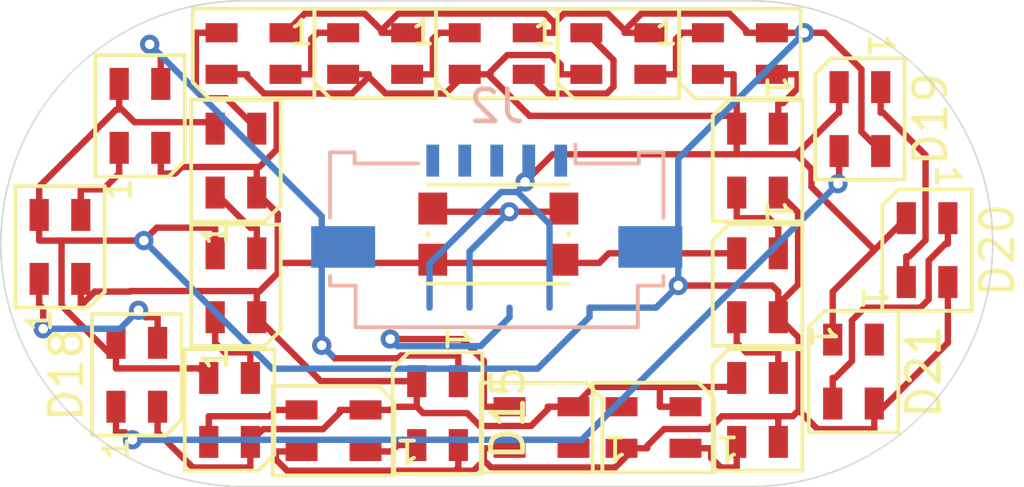
<source format=kicad_pcb>
(kicad_pcb (version 20241229) (generator "pcbnew") (generator_version "9.0")
  (layers (0 "F.Cu" signal) (2 "B.Cu" signal) (13 "F.Paste" user) (15 "B.Paste" user) (5 "F.SilkS" user "F.Silkscreen") (7 "B.SilkS" user "B.Silkscreen") (1 "F.Mask" user) (3 "B.Mask" user) (25 "Edge.Cuts" user))
  (net 0 "")
  (net 1 "Net-(D1-DOUT)")
  (net 2 "/LED_DATA")
  (net 3 "GND")
  (net 4 "+3.3V")
  (net 5 "Net-(D2-DOUT)")
  (net 6 "Net-(D3-DOUT)")
  (net 7 "Net-(D4-DOUT)")
  (net 8 "Net-(D5-DOUT)")
  (net 9 "Net-(D6-DOUT)")
  (net 10 "Net-(D7-DOUT)")
  (net 11 "Net-(D8-DOUT)")
  (net 12 "Net-(D10-DIN)")
  (net 13 "Net-(D10-DOUT)")
  (net 14 "Net-(D11-DOUT)")
  (net 15 "Net-(D12-DOUT)")
  (net 16 "Net-(D13-DOUT)")
  (net 17 "Net-(D14-DOUT)")
  (net 18 "/BTN_SENSE")
  (net 19 "Net-(D15-DOUT)")
  (net 20 "Net-(D16-DOUT)")
  (net 21 "Net-(D17-DOUT)")
  (net 22 "Net-(D18-DOUT)")
  (net 23 "Net-(D19-DOUT)")
  (net 24 "Net-(D20-DOUT)")
  (footprint "LED_SMD:LED_SK6805_PLCC4_2.4x2.7mm_P1.3mm" (layer "F.Cu") (at 117.25 88.1 90)
    (property "Reference" "D18" (at 0 -2.2 90) (layer "F.SilkS"))
    (property "Value" "SK6805" (hide yes))
    (fp_text user "1" (at -2.3 -0.65 90) (layer "F.SilkS") (effects (font (size 0.75 0.75) (thickness 0.12))))
    (pad "1" smd rect (at -1 -0.65 90) (size 1 0.6) (layers "F.Cu" "F.Mask" "F.Paste") (net 22 "Net-(D18-DOUT)"))
    (pad "2" smd rect (at -1 0.65 90) (size 1 0.6) (layers "F.Cu" "F.Mask" "F.Paste") (net 3 "GND"))
    (pad "3" smd rect (at 1 0.65 90) (size 1 0.6) (layers "F.Cu" "F.Mask" "F.Paste") (net 21 "Net-(D17-DOUT)"))
    (pad "4" smd rect (at 1 -0.65 90) (size 1 0.6) (layers "F.Cu" "F.Mask" "F.Paste") (net 4 "+3.3V"))
  )
  (footprint "LED_SMD:LED_SK6805_PLCC4_2.4x2.7mm_P1.3mm" (layer "F.Cu") (at 124.7 78.05)
    (property "Reference" "D9" (hide yes))
    (property "Value" "SK6805" (hide yes))
    (fp_text user "1" (at -2.3 -0.65 0) (layer "F.SilkS") (effects (font (size 0.75 0.75) (thickness 0.12))))
    (pad "1" smd rect (at -1 -0.65) (size 1 0.6) (layers "F.Cu" "F.Mask" "F.Paste") (net 12 "Net-(D10-DIN)"))
    (pad "2" smd rect (at -1 0.65) (size 1 0.6) (layers "F.Cu" "F.Mask" "F.Paste") (net 3 "GND"))
    (pad "3" smd rect (at 1 0.65) (size 1 0.6) (layers "F.Cu" "F.Mask" "F.Paste") (net 11 "Net-(D8-DOUT)"))
    (pad "4" smd rect (at 1 -0.65) (size 1 0.6) (layers "F.Cu" "F.Mask" "F.Paste") (net 4 "+3.3V"))
  )
  (footprint "LED_SMD:LED_SK6805_PLCC4_2.4x2.7mm_P1.3mm" (layer "F.Cu") (at 133.4 89.75 180)
    (property "Reference" "D2" (hide yes))
    (property "Value" "SK6805" (hide yes))
    (fp_text user "1" (at -2.3 -0.65 180) (layer "F.SilkS") (effects (font (size 0.75 0.75) (thickness 0.12))))
    (pad "1" smd rect (at -1 -0.65 180) (size 1 0.6) (layers "F.Cu" "F.Mask" "F.Paste") (net 5 "Net-(D2-DOUT)"))
    (pad "2" smd rect (at -1 0.65 180) (size 1 0.6) (layers "F.Cu" "F.Mask" "F.Paste") (net 3 "GND"))
    (pad "3" smd rect (at 1 0.65 180) (size 1 0.6) (layers "F.Cu" "F.Mask" "F.Paste") (net 1 "Net-(D1-DOUT)"))
    (pad "4" smd rect (at 1 -0.65 180) (size 1 0.6) (layers "F.Cu" "F.Mask" "F.Paste") (net 4 "+3.3V"))
  )
  (footprint "LED_SMD:LED_SK6805_PLCC4_2.4x2.7mm_P1.3mm" (layer "F.Cu") (at 132.3 78.05)
    (property "Reference" "D7" (hide yes))
    (property "Value" "SK6805" (hide yes))
    (fp_text user "1" (at -2.3 -0.65 0) (layer "F.SilkS") (effects (font (size 0.75 0.75) (thickness 0.12))))
    (pad "1" smd rect (at -1 -0.65) (size 1 0.6) (layers "F.Cu" "F.Mask" "F.Paste") (net 10 "Net-(D7-DOUT)"))
    (pad "2" smd rect (at -1 0.65) (size 1 0.6) (layers "F.Cu" "F.Mask" "F.Paste") (net 3 "GND"))
    (pad "3" smd rect (at 1 0.65) (size 1 0.6) (layers "F.Cu" "F.Mask" "F.Paste") (net 9 "Net-(D6-DOUT)"))
    (pad "4" smd rect (at 1 -0.65) (size 1 0.6) (layers "F.Cu" "F.Mask" "F.Paste") (net 4 "+3.3V"))
  )
  (footprint "LED_SMD:LED_SK6805_PLCC4_2.4x2.7mm_P1.3mm" (layer "F.Cu") (at 117.35 80 90)
    (property "Reference" "D16" (hide yes))
    (property "Value" "SK6805" (hide yes))
    (fp_text user "1" (at -2.3 -0.65 90) (layer "F.SilkS") (effects (font (size 0.75 0.75) (thickness 0.12))))
    (pad "1" smd rect (at -1 -0.65 90) (size 1 0.6) (layers "F.Cu" "F.Mask" "F.Paste") (net 20 "Net-(D16-DOUT)"))
    (pad "2" smd rect (at -1 0.65 90) (size 1 0.6) (layers "F.Cu" "F.Mask" "F.Paste") (net 3 "GND"))
    (pad "3" smd rect (at 1 0.65 90) (size 1 0.6) (layers "F.Cu" "F.Mask" "F.Paste") (net 19 "Net-(D15-DOUT)"))
    (pad "4" smd rect (at 1 -0.65 90) (size 1 0.6) (layers "F.Cu" "F.Mask" "F.Paste") (net 4 "+3.3V"))
  )
  (footprint "LED_SMD:LED_SK6805_PLCC4_2.4x2.7mm_P1.3mm" (layer "F.Cu") (at 120.35 85.3 90)
    (property "Reference" "D12" (hide yes))
    (property "Value" "SK6805" (hide yes))
    (fp_text user "1" (at -2.3 -0.65 90) (layer "F.SilkS") (effects (font (size 0.75 0.75) (thickness 0.12))))
    (pad "1" smd rect (at -1 -0.65 90) (size 1 0.6) (layers "F.Cu" "F.Mask" "F.Paste") (net 15 "Net-(D12-DOUT)"))
    (pad "2" smd rect (at -1 0.65 90) (size 1 0.6) (layers "F.Cu" "F.Mask" "F.Paste") (net 3 "GND"))
    (pad "3" smd rect (at 1 0.65 90) (size 1 0.6) (layers "F.Cu" "F.Mask" "F.Paste") (net 14 "Net-(D11-DOUT)"))
    (pad "4" smd rect (at 1 -0.65 90) (size 1 0.6) (layers "F.Cu" "F.Mask" "F.Paste") (net 4 "+3.3V"))
  )
  (footprint "LED_SMD:LED_SK6805_PLCC4_2.4x2.7mm_P1.3mm" (layer "F.Cu") (at 136.65 81.4 -90)
    (property "Reference" "D5" (hide yes))
    (property "Value" "SK6805" (hide yes))
    (fp_text user "1" (at -2.3 -0.65 270) (layer "F.SilkS") (effects (font (size 0.75 0.75) (thickness 0.12))))
    (pad "1" smd rect (at -1 -0.65 270) (size 1 0.6) (layers "F.Cu" "F.Mask" "F.Paste") (net 8 "Net-(D5-DOUT)"))
    (pad "2" smd rect (at -1 0.65 270) (size 1 0.6) (layers "F.Cu" "F.Mask" "F.Paste") (net 3 "GND"))
    (pad "3" smd rect (at 1 0.65 270) (size 1 0.6) (layers "F.Cu" "F.Mask" "F.Paste") (net 7 "Net-(D4-DOUT)"))
    (pad "4" smd rect (at 1 -0.65 270) (size 1 0.6) (layers "F.Cu" "F.Mask" "F.Paste") (net 4 "+3.3V"))
  )
  (footprint "LED_SMD:LED_SK6805_PLCC4_2.4x2.7mm_P1.3mm" (layer "F.Cu") (at 120.15 89.2 90)
    (property "Reference" "D13" (hide yes))
    (property "Value" "SK6805" (hide yes))
    (pad "1" smd rect (at -1 -0.65 90) (size 1 0.6) (layers "F.Cu" "F.Mask" "F.Paste") (net 16 "Net-(D13-DOUT)"))
    (pad "2" smd rect (at -1 0.65 90) (size 1 0.6) (layers "F.Cu" "F.Mask" "F.Paste") (net 3 "GND"))
    (pad "3" smd rect (at 1 0.65 90) (size 1 0.6) (layers "F.Cu" "F.Mask" "F.Paste") (net 15 "Net-(D12-DOUT)"))
    (pad "4" smd rect (at 1 -0.65 90) (size 1 0.6) (layers "F.Cu" "F.Mask" "F.Paste") (net 4 "+3.3V"))
  )
  (footprint "LED_SMD:LED_SK6805_PLCC4_2.4x2.7mm_P1.3mm" (layer "F.Cu") (at 141.95 84.2 -90)
    (property "Reference" "D20" (at 0 -2.2 90) (layer "F.SilkS"))
    (property "Value" "SK6805" (hide yes))
    (fp_text user "1" (at -2.3 -0.65 270) (layer "F.SilkS") (effects (font (size 0.75 0.75) (thickness 0.12))))
    (pad "1" smd rect (at -1 -0.65 270) (size 1 0.6) (layers "F.Cu" "F.Mask" "F.Paste") (net 24 "Net-(D20-DOUT)"))
    (pad "2" smd rect (at -1 0.65 270) (size 1 0.6) (layers "F.Cu" "F.Mask" "F.Paste") (net 3 "GND"))
    (pad "3" smd rect (at 1 0.65 270) (size 1 0.6) (layers "F.Cu" "F.Mask" "F.Paste") (net 23 "Net-(D19-DOUT)"))
    (pad "4" smd rect (at 1 -0.65 270) (size 1 0.6) (layers "F.Cu" "F.Mask" "F.Paste") (net 4 "+3.3V"))
  )
  (footprint "LED_SMD:LED_SK6805_PLCC4_2.4x2.7mm_P1.3mm" (layer "F.Cu") (at 126.65 89.3 -90)
    (property "Reference" "D15" (at 0 -2.2 90) (layer "F.SilkS"))
    (property "Value" "SK6805" (hide yes))
    (fp_text user "1" (at -2.3 -0.65 270) (layer "F.SilkS") (effects (font (size 0.75 0.75) (thickness 0.12))))
    (pad "1" smd rect (at -1 -0.65 270) (size 1 0.6) (layers "F.Cu" "F.Mask" "F.Paste") (net 19 "Net-(D15-DOUT)"))
    (pad "2" smd rect (at -1 0.65 270) (size 1 0.6) (layers "F.Cu" "F.Mask" "F.Paste") (net 3 "GND"))
    (pad "3" smd rect (at 1 0.65 270) (size 1 0.6) (layers "F.Cu" "F.Mask" "F.Paste") (net 17 "Net-(D14-DOUT)"))
    (pad "4" smd rect (at 1 -0.65 270) (size 1 0.6) (layers "F.Cu" "F.Mask" "F.Paste") (net 4 "+3.3V"))
  )
  (footprint "LED_SMD:LED_SK6805_PLCC4_2.4x2.7mm_P1.3mm" (layer "F.Cu") (at 139.65 88 -90)
    (property "Reference" "D21" (at 0 -2.2 90) (layer "F.SilkS"))
    (property "Value" "SK6805" (hide yes))
    (fp_text user "1" (at -2.3 -0.65 270) (layer "F.SilkS") (effects (font (size 0.75 0.75) (thickness 0.12))))
    (pad "1" smd rect (at -1 -0.65 270) (size 1 0.6) (layers "F.Cu" "F.Mask" "F.Paste"))
    (pad "2" smd rect (at -1 0.65 270) (size 1 0.6) (layers "F.Cu" "F.Mask" "F.Paste") (net 3 "GND"))
    (pad "3" smd rect (at 1 0.65 270) (size 1 0.6) (layers "F.Cu" "F.Mask" "F.Paste") (net 24 "Net-(D20-DOUT)"))
    (pad "4" smd rect (at 1 -0.65 270) (size 1 0.6) (layers "F.Cu" "F.Mask" "F.Paste") (net 4 "+3.3V"))
  )
  (footprint "LED_SMD:LED_SK6805_PLCC4_2.4x2.7mm_P1.3mm" (layer "F.Cu") (at 128.5 78.05)
    (property "Reference" "D8" (hide yes))
    (property "Value" "SK6805" (hide yes))
    (fp_text user "1" (at -2.3 -0.65 0) (layer "F.SilkS") (effects (font (size 0.75 0.75) (thickness 0.12))))
    (pad "1" smd rect (at -1 -0.65) (size 1 0.6) (layers "F.Cu" "F.Mask" "F.Paste") (net 11 "Net-(D8-DOUT)"))
    (pad "2" smd rect (at -1 0.65) (size 1 0.6) (layers "F.Cu" "F.Mask" "F.Paste") (net 3 "GND"))
    (pad "3" smd rect (at 1 0.65) (size 1 0.6) (layers "F.Cu" "F.Mask" "F.Paste") (net 10 "Net-(D7-DOUT)"))
    (pad "4" smd rect (at 1 -0.65) (size 1 0.6) (layers "F.Cu" "F.Mask" "F.Paste") (net 4 "+3.3V"))
  )
  (footprint "LED_SMD:LED_SK6805_PLCC4_2.4x2.7mm_P1.3mm" (layer "F.Cu") (at 123.4 89.85 180)
    (property "Reference" "D14" (hide yes))
    (property "Value" "SK6805" (hide yes))
    (fp_text user "1" (at -2.3 -0.65 180) (layer "F.SilkS") (effects (font (size 0.75 0.75) (thickness 0.12))))
    (pad "1" smd rect (at -1 -0.65 180) (size 1 0.6) (layers "F.Cu" "F.Mask" "F.Paste") (net 17 "Net-(D14-DOUT)"))
    (pad "2" smd rect (at -1 0.65 180) (size 1 0.6) (layers "F.Cu" "F.Mask" "F.Paste") (net 3 "GND"))
    (pad "3" smd rect (at 1 0.65 180) (size 1 0.6) (layers "F.Cu" "F.Mask" "F.Paste") (net 16 "Net-(D13-DOUT)"))
    (pad "4" smd rect (at 1 -0.65 180) (size 1 0.6) (layers "F.Cu" "F.Mask" "F.Paste") (net 4 "+3.3V"))
  )
  (footprint "LED_SMD:LED_SK6805_PLCC4_2.4x2.7mm_P1.3mm" (layer "F.Cu") (at 129.9 89.75 180)
    (property "Reference" "D1" (hide yes))
    (property "Value" "SK6805" (hide yes))
    (fp_text user "1" (at -2.3 -0.65 180) (layer "F.SilkS") (effects (font (size 0.75 0.75) (thickness 0.12))))
    (pad "1" smd rect (at -1 -0.65 180) (size 1 0.6) (layers "F.Cu" "F.Mask" "F.Paste") (net 1 "Net-(D1-DOUT)"))
    (pad "2" smd rect (at -1 0.65 180) (size 1 0.6) (layers "F.Cu" "F.Mask" "F.Paste") (net 3 "GND"))
    (pad "3" smd rect (at 1 0.65 180) (size 1 0.6) (layers "F.Cu" "F.Mask" "F.Paste") (net 2 "/LED_DATA"))
    (pad "4" smd rect (at 1 -0.65 180) (size 1 0.6) (layers "F.Cu" "F.Mask" "F.Paste") (net 4 "+3.3V"))
  )
  (footprint "LED_SMD:LED_SK6805_PLCC4_2.4x2.7mm_P1.3mm" (layer "F.Cu") (at 136.65 89.2 -90)
    (property "Reference" "D3" (hide yes))
    (property "Value" "SK6805" (hide yes))
    (fp_text user "1" (at -2.3 -2.05 270) (layer "F.SilkS") (effects (font (size 0.75 0.75) (thickness 0.12))))
    (pad "1" smd rect (at -1 -0.65 270) (size 1 0.6) (layers "F.Cu" "F.Mask" "F.Paste") (net 6 "Net-(D3-DOUT)"))
    (pad "2" smd rect (at -1 0.65 270) (size 1 0.6) (layers "F.Cu" "F.Mask" "F.Paste") (net 3 "GND"))
    (pad "3" smd rect (at 1 0.65 270) (size 1 0.6) (layers "F.Cu" "F.Mask" "F.Paste") (net 5 "Net-(D2-DOUT)"))
    (pad "4" smd rect (at 1 -0.65 270) (size 1 0.6) (layers "F.Cu" "F.Mask" "F.Paste") (net 4 "+3.3V"))
  )
  (footprint "LED_SMD:LED_SK6805_PLCC4_2.4x2.7mm_P1.3mm" (layer "F.Cu") (at 120.35 81.4 90)
    (property "Reference" "D11" (hide yes))
    (property "Value" "SK6805" (hide yes))
    (fp_text user "1" (at -2.3 -0.65 90) (layer "F.SilkS") (effects (font (size 0.75 0.75) (thickness 0.12))))
    (pad "1" smd rect (at -1 -0.65 90) (size 1 0.6) (layers "F.Cu" "F.Mask" "F.Paste") (net 14 "Net-(D11-DOUT)"))
    (pad "2" smd rect (at -1 0.65 90) (size 1 0.6) (layers "F.Cu" "F.Mask" "F.Paste") (net 3 "GND"))
    (pad "3" smd rect (at 1 0.65 90) (size 1 0.6) (layers "F.Cu" "F.Mask" "F.Paste") (net 13 "Net-(D10-DOUT)"))
    (pad "4" smd rect (at 1 -0.65 90) (size 1 0.6) (layers "F.Cu" "F.Mask" "F.Paste") (net 4 "+3.3V"))
  )
  (footprint "LED_SMD:LED_SK6805_PLCC4_2.4x2.7mm_P1.3mm" (layer "F.Cu") (at 136.65 85.3 -90)
    (property "Reference" "D4" (hide yes))
    (property "Value" "SK6805" (hide yes))
    (fp_text user "1" (at -2.3 -0.65 270) (layer "F.SilkS") (effects (font (size 0.75 0.75) (thickness 0.12))))
    (pad "1" smd rect (at -1 -0.65 270) (size 1 0.6) (layers "F.Cu" "F.Mask" "F.Paste") (net 7 "Net-(D4-DOUT)"))
    (pad "2" smd rect (at -1 0.65 270) (size 1 0.6) (layers "F.Cu" "F.Mask" "F.Paste") (net 3 "GND"))
    (pad "3" smd rect (at 1 0.65 270) (size 1 0.6) (layers "F.Cu" "F.Mask" "F.Paste") (net 6 "Net-(D3-DOUT)"))
    (pad "4" smd rect (at 1 -0.65 270) (size 1 0.6) (layers "F.Cu" "F.Mask" "F.Paste") (net 4 "+3.3V"))
  )
  (footprint "LED_SMD:LED_SK6805_PLCC4_2.4x2.7mm_P1.3mm" (layer "F.Cu") (at 120.9 78.05)
    (property "Reference" "D10" (hide yes))
    (property "Value" "SK6805" (hide yes))
    (pad "1" smd rect (at -1 -0.65) (size 1 0.6) (layers "F.Cu" "F.Mask" "F.Paste") (net 13 "Net-(D10-DOUT)"))
    (pad "2" smd rect (at -1 0.65) (size 1 0.6) (layers "F.Cu" "F.Mask" "F.Paste") (net 3 "GND"))
    (pad "3" smd rect (at 1 0.65) (size 1 0.6) (layers "F.Cu" "F.Mask" "F.Paste") (net 12 "Net-(D10-DIN)"))
    (pad "4" smd rect (at 1 -0.65) (size 1 0.6) (layers "F.Cu" "F.Mask" "F.Paste") (net 4 "+3.3V"))
  )
  (footprint "Button_Switch_SMD:SW_Push_1P1T_NO_CK_KMR2" (layer "F.Cu") (at 128.55 83.7)
    (property "Reference" "SW1" (hide yes))
    (property "Value" "SW_Push" (hide yes))
    (pad "1" smd rect (at -2.05 -0.8) (size 0.9 1) (layers "F.Cu" "F.Mask" "F.Paste") (net 18 "/BTN_SENSE"))
    (pad "1" smd rect (at 2.05 -0.8) (size 0.9 1) (layers "F.Cu" "F.Mask" "F.Paste") (net 18 "/BTN_SENSE"))
    (pad "2" smd rect (at -2.05 0.8) (size 0.9 1) (layers "F.Cu" "F.Mask" "F.Paste") (net 3 "GND"))
    (pad "2" smd rect (at 2.05 0.8) (size 0.9 1) (layers "F.Cu" "F.Mask" "F.Paste") (net 3 "GND"))
  )
  (footprint "LED_SMD:LED_SK6805_PLCC4_2.4x2.7mm_P1.3mm" (layer "F.Cu") (at 136.1 78.05)
    (property "Reference" "D6" (hide yes))
    (property "Value" "SK6805" (hide yes))
    (fp_text user "1" (at -2.3 -0.65 0) (layer "F.SilkS") (effects (font (size 0.75 0.75) (thickness 0.12))))
    (pad "1" smd rect (at -1 -0.65) (size 1 0.6) (layers "F.Cu" "F.Mask" "F.Paste") (net 9 "Net-(D6-DOUT)"))
    (pad "2" smd rect (at -1 0.65) (size 1 0.6) (layers "F.Cu" "F.Mask" "F.Paste") (net 3 "GND"))
    (pad "3" smd rect (at 1 0.65) (size 1 0.6) (layers "F.Cu" "F.Mask" "F.Paste") (net 8 "Net-(D5-DOUT)"))
    (pad "4" smd rect (at 1 -0.65) (size 1 0.6) (layers "F.Cu" "F.Mask" "F.Paste") (net 4 "+3.3V"))
  )
  (footprint "LED_SMD:LED_SK6805_PLCC4_2.4x2.7mm_P1.3mm" (layer "F.Cu") (at 114.85 84.1 90)
    (property "Reference" "D17" (hide yes))
    (property "Value" "SK6805" (hide yes))
    (fp_text user "1" (at -2.3 -0.65 90) (layer "F.SilkS") (effects (font (size 0.75 0.75) (thickness 0.12))))
    (pad "1" smd rect (at -1 -0.65 90) (size 1 0.6) (layers "F.Cu" "F.Mask" "F.Paste") (net 21 "Net-(D17-DOUT)"))
    (pad "2" smd rect (at -1 0.65 90) (size 1 0.6) (layers "F.Cu" "F.Mask" "F.Paste") (net 3 "GND"))
    (pad "3" smd rect (at 1 0.65 90) (size 1 0.6) (layers "F.Cu" "F.Mask" "F.Paste") (net 20 "Net-(D16-DOUT)"))
    (pad "4" smd rect (at 1 -0.65 90) (size 1 0.6) (layers "F.Cu" "F.Mask" "F.Paste") (net 4 "+3.3V"))
  )
  (footprint "LED_SMD:LED_SK6805_PLCC4_2.4x2.7mm_P1.3mm" (layer "F.Cu") (at 139.85 80.1 -90)
    (property "Reference" "D19" (at 0 -2.2 90) (layer "F.SilkS"))
    (property "Value" "SK6805" (hide yes))
    (fp_text user "1" (at -2.3 -0.65 270) (layer "F.SilkS") (effects (font (size 0.75 0.75) (thickness 0.12))))
    (pad "1" smd rect (at -1 -0.65 270) (size 1 0.6) (layers "F.Cu" "F.Mask" "F.Paste") (net 23 "Net-(D19-DOUT)"))
    (pad "2" smd rect (at -1 0.65 270) (size 1 0.6) (layers "F.Cu" "F.Mask" "F.Paste") (net 3 "GND"))
    (pad "3" smd rect (at 1 0.65 270) (size 1 0.6) (layers "F.Cu" "F.Mask" "F.Paste") (net 22 "Net-(D18-DOUT)"))
    (pad "4" smd rect (at 1 -0.65 270) (size 1 0.6) (layers "F.Cu" "F.Mask" "F.Paste") (net 4 "+3.3V"))
  )
  (footprint "Connector_FFC-FPC:Molex_200528-0050_1x05-1MP_P1.00mm_Horizontal" (layer "B.Cu") (at 128.5 82.31 180)
    (property "Reference" "J2" (at 0 2.61 0) (layer "B.SilkS") (effects (justify mirror)))
    (property "Value" "Conn_01x06_Socket")
    (pad "1" smd rect (at -2 0.91 180) (size 0.4 1) (layers "B.Cu" "B.Mask" "B.Paste") (net 4 "+3.3V"))
    (pad "2" smd rect (at -1 0.91 180) (size 0.4 1) (layers "B.Cu" "B.Mask" "B.Paste") (net 3 "GND"))
    (pad "3" smd rect (at 0 0.91 180) (size 0.4 1) (layers "B.Cu" "B.Mask" "B.Paste") (net 2 "/LED_DATA"))
    (pad "4" smd rect (at 1 0.91 180) (size 0.4 1) (layers "B.Cu" "B.Mask" "B.Paste") (net 18 "/BTN_SENSE"))
    (pad "5" smd rect (at 2 0.91 180) (size 0.4 1) (layers "B.Cu" "B.Mask" "B.Paste") (net 3 "GND"))
    (pad "MP" smd rect (at -4.8 -1.79 180) (size 2 1.3) (layers "B.Cu" "B.Mask" "B.Paste"))
    (pad "MP" smd rect (at 4.8 -1.79 180) (size 2 1.3) (layers "B.Cu" "B.Mask" "B.Paste"))
  )
  (gr_arc (start 136.4 76.4) (mid 144 84) (end 136.4 91.6) (stroke (width 0.05)) (layer "Edge.Cuts"))
  (gr_arc (start 120.6 91.6) (mid 113 84) (end 120.6 76.4) (stroke (width 0.05)) (layer "Edge.Cuts"))
  (gr_line (start 136.4 91.6) (end 120.6 91.6) (stroke (width 0.05)) (layer "Edge.Cuts"))
  (gr_line (start 120.6 76.4) (end 136.4 76.4) (stroke (width 0.05)) (layer "Edge.Cuts"))
  (segment (start 130.9 90.4) (end 132.2 89.1) (width 0.2) (layer "F.Cu") (net 1))
  (segment (start 132.2 89.1) (end 132.4 89.1) (width 0.2) (layer "F.Cu") (net 1))
  (segment (start 128.0983 87.6689) (end 128.0983 89.1) (width 0.2) (layer "F.Cu") (net 2))
  (segment (start 128.9 89.1) (end 128.0983 89.1) (width 0.2) (layer "F.Cu") (net 2))
  (segment (start 127.4118 86.9824) (end 128.0983 87.6689) (width 0.2) (layer "F.Cu") (net 2))
  (segment (start 125.1722 86.9824) (end 127.4118 86.9824) (width 0.2) (layer "F.Cu") (net 2))
  (via (at 125.1722 86.9824) (size 0.6) (drill 0.3) (layers "F.Cu" "B.Cu") (net 2))
  (segment (start 127.9975 87.2039) (end 125.3937 87.2039) (width 0.2) (layer "B.Cu") (net 2))
  (segment (start 125.3937 87.2039) (end 125.1722 86.9824) (width 0.2) (layer "B.Cu") (net 2))
  (segment (start 128.9 86) (end 128.9 86.3014) (width 0.2) (layer "B.Cu") (net 2))
  (segment (start 128.9 86.3014) (end 127.9975 87.2039) (width 0.2) (layer "B.Cu") (net 2))
  (segment (start 121 81.5983) (end 121.0779 81.5983) (width 0.2) (layer "F.Cu") (net 3))
  (segment (start 128.3017 78.7752) (end 128.3017 78.7) (width 0.2) (layer "F.Cu") (net 3))
  (segment (start 119.9 78.7) (end 120.7017 78.7) (width 0.2) (layer "F.Cu") (net 3))
  (segment (start 136 80.4) (end 136 79.9991) (width 0.2) (layer "F.Cu") (net 3))
  (segment (start 126.2 89.3) (end 127.5748 89.3) (width 0.2) (layer "F.Cu") (net 3))
  (segment (start 126.8983 79.3017) (end 127.5 78.7) (width 0.2) (layer "F.Cu") (net 3))
  (segment (start 121 86.3) (end 121 85.4983) (width 0.2) (layer "F.Cu") (net 3))
  (segment (start 125.0281 79.3017) (end 126.8983 79.3017) (width 0.2) (layer "F.Cu") (net 3))
  (segment (start 129.5256 79.9991) (end 128.3017 78.7752) (width 0.2) (layer "F.Cu") (net 3))
  (segment (start 128.3017 78.6247) (end 128.8281 78.0983) (width 0.2) (layer "F.Cu") (net 3))
  (segment (start 138.3366 81.6667) (end 138.3366 82.2224) (width 0.2) (layer "F.Cu") (net 3))
  (segment (start 136 81.2017) (end 137.8716 81.2017) (width 0.2) (layer "F.Cu") (net 3))
  (segment (start 139 85.5) (end 140.3071 84.1929) (width 0.2) (layer "F.Cu") (net 3))
  (segment (start 123.0719 89.8017) (end 123.5983 89.2753) (width 0.2) (layer "F.Cu") (net 3))
  (segment (start 118.4516 81.8017) (end 118.655 81.5983) (width 0.2) (layer "F.Cu") (net 3))
  (segment (start 117.9 89.9017) (end 119 91.0017) (width 0.2) (layer "F.Cu") (net 3))
  (segment (start 123.7 78.7) (end 124.5017 78.7) (width 0.2) (layer "F.Cu") (net 3))
  (segment (start 121 81.6491) (end 121 81.5983) (width 0.2) (layer "F.Cu") (net 3))
  (segment (start 126 89.1) (end 126 89.1017) (width 0.2) (layer "F.Cu") (net 3))
  (segment (start 121.6224 79.3017) (end 123.9753 79.3017) (width 0.2) (layer "F.Cu") (net 3))
  (segment (start 139.2 79.1) (end 139.2 79.9017) (width 0.2) (layer "F.Cu") (net 3))
  (segment (start 126 89.0008) (end 126 89.1) (width 0.2) (layer "F.Cu") (net 3))
  (segment (start 134.4 89.1) (end 133.5983 89.1) (width 0.2) (layer "F.Cu") (net 3))
  (segment (start 129.5719 89.7017) (end 130.0983 89.1753) (width 0.2) (layer "F.Cu") (net 3))
  (segment (start 121.6562 83.0562) (end 121 82.4) (width 0.2) (layer "F.Cu") (net 3))
  (segment (start 135.9017 79.5) (end 136 79.5983) (width 0.2) (layer "F.Cu") (net 3))
  (segment (start 121.0768 85.4983) (end 121 85.4983) (width 0.2) (layer "F.Cu") (net 3))
  (segment (start 128.8281 78.0983) (end 130.1975 78.0983) (width 0.2) (layer "F.Cu") (net 3))
  (segment (start 121.6224 81.0538) (end 121.6224 79.3017) (width 0.2) (layer "F.Cu") (net 3))
  (segment (start 121 82.4) (end 121 81.6491) (width 0.2) (layer "F.Cu") (net 3))
  (segment (start 120.9824 85.4807) (end 117.055 85.4807) (width 0.2) (layer "F.Cu") (net 3))
  (segment (start 132.0017 84.3) (end 131.7017 84.6) (width 0.2) (layer "F.Cu") (net 3))
  (segment (start 124.5017 78.7753) (end 124.5017 78.7) (width 0.2) (layer "F.Cu") (net 3))
  (segment (start 127.9009 78.7) (end 127.5 78.7) (width 0.2) (layer "F.Cu") (net 3))
  (segment (start 130.1975 78.0983) (end 130.4983 78.3991) (width 0.2) (layer "F.Cu") (net 3))
  (segment (start 115.5826 85.8529) (end 115.5338 85.9017) (width 0.2) (layer "F.Cu") (net 3))
  (segment (start 131.5188 88.4812) (end 133.5983 88.4812) (width 0.2) (layer "F.Cu") (net 3))
  (segment (start 136 80.4) (end 136 81.2017) (width 0.2) (layer "F.Cu") (net 3))
  (segment (start 121.6562 84.6) (end 121.6562 83.0562) (width 0.2) (layer "F.Cu") (net 3))
  (segment (start 121 85.4983) (end 120.9824 85.4807) (width 0.2) (layer "F.Cu") (net 3))
  (segment (start 125.3 89.1017) (end 125.2017 89.2) (width 0.2) (layer "F.Cu") (net 3))
  (segment (start 117.055 85.4807) (end 117.0374 85.4983) (width 0.2) (layer "F.Cu") (net 3))
  (segment (start 123.9753 79.3017) (end 124.5017 78.7753) (width 0.2) (layer "F.Cu") (net 3))
  (segment (start 119 91.0017) (end 120.8 91.0017) (width 0.2) (layer "F.Cu") (net 3))
  (segment (start 127.9765 89.7017) (end 129.5719 89.7017) (width 0.2) (layer "F.Cu") (net 3))
  (segment (start 139 87) (end 139 85.5) (width 0.2) (layer "F.Cu") (net 3))
  (segment (start 136 79.9991) (end 136 79.5983) (width 0.2) (layer "F.Cu") (net 3))
  (segment (start 118 81.8017) (end 118.4516 81.8017) (width 0.2) (layer "F.Cu") (net 3))
  (segment (start 130.0983 89.1753) (end 130.0983 89.1) (width 0.2) (layer "F.Cu") (net 3))
  (segment (start 120.8 90.2) (end 121.1983 89.8017) (width 0.2) (layer "F.Cu") (net 3))
  (segment (start 137.8716 81.2017) (end 138.3366 81.6667) (width 0.2) (layer "F.Cu") (net 3))
  (segment (start 121.2281 79.3017) (end 121.6224 79.3017) (width 0.2) (layer "F.Cu") (net 3))
  (segment (start 126 89.1017) (end 125.3 89.1017) (width 0.2) (layer "F.Cu") (net 3))
  (segment (start 120.7017 78.7753) (end 121.2281 79.3017) (width 0.2) (layer "F.Cu") (net 3))
  (segment (start 135.1 78.7) (end 135.9017 78.7) (width 0.2) (layer "F.Cu") (net 3))
  (segment (start 117.0374 85.4983) (end 115.9371 85.4983) (width 0.2) (layer "F.Cu") (net 3))
  (segment (start 128.3017 78.7) (end 128.3017 78.6247) (width 0.2) (layer "F.Cu") (net 3))
  (segment (start 121.1983 89.8017) (end 123.0719 89.8017) (width 0.2) (layer "F.Cu") (net 3))
  (segment (start 133.5983 88.4812) (end 135.7188 88.4812) (width 0.2) (layer "F.Cu") (net 3))
  (segment (start 140.3071 84.1929) (end 141.3 83.2) (width 0.2) (layer "F.Cu") (net 3))
  (segment (start 130.9 89.1) (end 130.0983 89.1) (width 0.2) (layer "F.Cu") (net 3))
  (segment (start 130.95 84.6) (end 126.85 84.6) (width 0.2) (layer "F.Cu") (net 3))
  (segment (start 117.9 89.1) (end 117.9 89.9017) (width 0.2) (layer "F.Cu") (net 3))
  (segment (start 123.5983 89.2753) (end 123.5983 89.2) (width 0.2) (layer "F.Cu") (net 3))
  (segment (start 127.5748 89.3) (end 127.9765 89.7017) (width 0.2) (layer "F.Cu") (net 3))
  (segment (start 118 81) (end 118 81.8017) (width 0.2) (layer "F.Cu") (net 3))
  (segment (start 130.4983 78.3991) (end 130.4983 78.7) (width 0.2) (layer "F.Cu") (net 3))
  (segment (start 126.0983 84.6) (end 121.6562 84.6) (width 0.2) (layer "F.Cu") (net 3))
  (segment (start 130.9 89.1) (end 131.5188 88.4812) (width 0.2) (layer "F.Cu") (net 3))
  (segment (start 115.5 85.1) (end 115.5 85.9017) (width 0.2) (layer "F.Cu") (net 3))
  (segment (start 139.1716 79.9017) (end 137.8716 81.2017) (width 0.2) (layer "F.Cu") (net 3))
  (segment (start 121.6562 84.6) (end 121.6562 84.9189) (width 0.2) (layer "F.Cu") (net 3))
  (segment (start 126.85 84.6) (end 126.0983 84.6) (width 0.2) (layer "F.Cu") (net 3))
  (segment (start 124.4 89.2) (end 125.2017 89.2) (width 0.2) (layer "F.Cu") (net 3))
  (segment (start 121.0779 81.5983) (end 121.6224 81.0538) (width 0.2) (layer "F.Cu") (net 3))
  (segment (start 120.8 90.2) (end 120.8 91.0017) (width 0.2) (layer "F.Cu") (net 3))
  (segment (start 135.7188 88.4812) (end 136 88.2) (width 0.2) (layer "F.Cu") (net 3))
  (segment (start 124.5017 78.7753) (end 125.0281 79.3017) (width 0.2) (layer "F.Cu") (net 3))
  (segment (start 136 79.9991) (end 129.5256 79.9991) (width 0.2) (layer "F.Cu") (net 3))
  (segment (start 121 86.3) (end 123 88.3) (width 0.2) (layer "F.Cu") (net 3))
  (segment (start 133.5983 89.1) (end 133.5983 88.4812) (width 0.2) (layer "F.Cu") (net 3))
  (segment (start 121.6562 84.9189) (end 121.0768 85.4983) (width 0.2) (layer "F.Cu") (net 3))
  (segment (start 123 88.3) (end 126 88.3) (width 0.2) (layer "F.Cu") (net 3))
  (segment (start 115.5826 85.8528) (end 115.5826 85.8529) (width 0.2) (layer "F.Cu") (net 3))
  (segment (start 120.7017 78.7) (end 120.7017 78.7753) (width 0.2) (layer "F.Cu") (net 3))
  (segment (start 115.5338 85.9017) (end 115.5 85.9017) (width 0.2) (layer "F.Cu") (net 3))
  (segment (start 126 88.3) (end 126 89.0008) (width 0.2) (layer "F.Cu") (net 3))
  (segment (start 115.9371 85.4983) (end 115.5826 85.8528) (width 0.2) (layer "F.Cu") (net 3))
  (segment (start 136 81.2017) (end 130.2502 81.2017) (width 0.2) (layer "F.Cu") (net 3))
  (segment (start 130.2502 81.2017) (end 129.3853 82.0666) (width 0.2) (layer "F.Cu") (net 3))
  (segment (start 118.655 81.5983) (end 121 81.5983) (width 0.2) (layer "F.Cu") (net 3))
  (segment (start 139.2 79.9017) (end 139.1716 79.9017) (width 0.2) (layer "F.Cu") (net 3))
  (segment (start 124.4 89.2) (end 123.5983 89.2) (width 0.2) (layer "F.Cu") (net 3))
  (segment (start 138.3366 82.2224) (end 140.3071 84.1929) (width 0.2) (layer "F.Cu") (net 3))
  (segment (start 131.3 78.7) (end 130.4983 78.7) (width 0.2) (layer "F.Cu") (net 3))
  (segment (start 130.95 84.6) (end 131.7017 84.6) (width 0.2) (layer "F.Cu") (net 3))
  (segment (start 126 89.1) (end 126.2 89.3) (width 0.2) (layer "F.Cu") (net 3))
  (segment (start 135.9017 78.7) (end 135.9017 79.5) (width 0.2) (layer "F.Cu") (net 3))
  (segment (start 127.9009 78.7) (end 128.3017 78.7) (width 0.2) (layer "F.Cu") (net 3))
  (segment (start 136 84.3) (end 132.0017 84.3) (width 0.2) (layer "F.Cu") (net 3))
  (via (at 129.3853 82.0666) (size 0.6) (drill 0.3) (layers "F.Cu" "B.Cu") (net 3))
  (segment (start 126.4 84.6222) (end 128.6417 82.3805) (width 0.2) (layer "B.Cu") (net 3))
  (segment (start 129.3853 82.1416) (end 129.1464 82.3805) (width 0.2) (layer "B.Cu") (net 3))
  (segment (start 129.1464 82.3805) (end 130.15 83.3841) (width 0.2) (layer "B.Cu") (net 3))
  (segment (start 128.6417 82.3805) (end 129.1464 82.3805) (width 0.2) (layer "B.Cu") (net 3))
  (segment (start 126.4 86) (end 126.4 84.6222) (width 0.2) (layer "B.Cu") (net 3))
  (segment (start 129.3853 82.0666) (end 129.3853 82.1416) (width 0.2) (layer "B.Cu") (net 3))
  (segment (start 130.15 83.3841) (end 130.15 86) (width 0.2) (layer "B.Cu") (net 3))
  (segment (start 114.2 83.4) (end 114.2 83.1) (width 0.2) (layer "F.Cu") (net 4))
  (segment (start 137.9364 89.2131) (end 137.9364 86.9364) (width 0.2) (layer "F.Cu") (net 4))
  (segment (start 137.3 86.3) (end 137.3 85.8991) (width 0.2) (layer "F.Cu") (net 4))
  (segment (start 119.7 84.3) (end 119.7 83.4983) (width 0.2) (layer "F.Cu") (net 4))
  (segment (start 135.7719 76.7983) (end 133.0247 76.7983) (width 0.2) (layer "F.Cu") (net 4))
  (segment (start 114.8983 85.9333) (end 114.8983 83.9017) (width 0.2) (layer "F.Cu") (net 4))
  (segment (start 136.2983 77.4) (end 136.2983 77.3247) (width 0.2) (layer "F.Cu") (net 4))
  (segment (start 140.5 81.1) (end 139.8983 80.4983) (width 0.2) (layer "F.Cu") (net 4))
  (segment (start 116.7 79.7169) (end 116.7 79.8017) (width 0.2) (layer "F.Cu") (net 4))
  (segment (start 127.7727 91.1017) (end 127.3 91.1017) (width 0.2) (layer "F.Cu") (net 4))
  (segment (start 117.8734 83.4983) (end 119.7 83.4983) (width 0.2) (layer "F.Cu") (net 4))
  (segment (start 134.1745 85.3087) (end 137.1104 85.3087) (width 0.2) (layer "F.Cu") (net 4))
  (segment (start 138.75 77.4) (end 138.1123 77.4) (width 0.2) (layer "F.Cu") (net 4))
  (segment (start 137.3 89.3998) (end 137.2985 89.3983) (width 0.2) (layer "F.Cu") (net 4))
  (segment (start 137.3 89.4991) (end 137.3 89.3998) (width 0.2) (layer "F.Cu") (net 4))
  (segment (start 137.3 85.8991) (end 137.3 85.4983) (width 0.2) (layer "F.Cu") (net 4))
  (segment (start 139.8983 78.5483) (end 138.75 77.4) (width 0.2) (layer "F.Cu") (net 4))
  (segment (start 137.3 90.2) (end 137.3 89.4991) (width 0.2) (layer "F.Cu") (net 4))
  (segment (start 128.0983 90.7761) (end 127.7727 91.1017) (width 0.2) (layer "F.Cu") (net 4))
  (segment (start 117.47 83.9017) (end 114.8983 83.9017) (width 0.2) (layer "F.Cu") (net 4))
  (segment (start 121.5983 90.7509) (end 121.5983 90.5) (width 0.2) (layer "F.Cu") (net 4))
  (segment (start 128.9 90.4) (end 128.0983 90.4) (width 0.2) (layer "F.Cu") (net 4))
  (segment (start 133.3 77.4) (end 132.4983 77.4) (width 0.2) (layer "F.Cu") (net 4))
  (segment (start 132.4983 77.3247) (end 131.9719 76.7983) (width 0.2) (layer "F.Cu") (net 4))
  (segment (start 137.2985 89.3983) (end 135.5331 89.3983) (width 0.2) (layer "F.Cu") (net 4))
  (segment (start 137.9364 89.2131) (end 138.525 89.8017) (width 0.2) (layer "F.Cu") (net 4))
  (segment (start 127.3 90.3) (end 127.3 90.9508) (width 0.2) (layer "F.Cu") (net 4))
  (segment (start 137.9177 83.0177) (end 137.9177 85.2814) (width 0.2) (layer "F.Cu") (net 4))
  (segment (start 137.3 82.4) (end 137.9177 83.0177) (width 0.2) (layer "F.Cu") (net 4))
  (segment (start 133.7281 89.7983) (end 133.2017 90.3247) (width 0.2) (layer "F.Cu") (net 4))
  (segment (start 130.6025 76.7983) (end 130.3017 77.0991) (width 0.2) (layer "F.Cu") (net 4))
  (segment (start 132.4 90.4) (end 132.8009 90.4) (width 0.2) (layer "F.Cu") (net 4))
  (segment (start 135.5331 89.3983) (end 135.1331 89.7983) (width 0.2) (layer "F.Cu") (net 4))
  (segment (start 136.2983 77.3247) (end 135.7719 76.7983) (width 0.2) (layer "F.Cu") (net 4))
  (segment (start 121.9 77.4) (end 122.5017 76.7983) (width 0.2) (layer "F.Cu") (net 4))
  (segment (start 137.9364 86.9364) (end 137.3 86.3) (width 0.2) (layer "F.Cu") (net 4))
  (segment (start 127.3 91.0002) (end 127.1985 91.1017) (width 0.2) (layer "F.Cu") (net 4))
  (segment (start 116.4658 87.5008) (end 114.8983 85.9333) (width 0.2) (layer "F.Cu") (net 4))
  (segment (start 137.3 89.3983) (end 137.7512 89.3983) (width 0.2) (layer "F.Cu") (net 4))
  (segment (start 130.3017 77.0991) (end 130.3017 77.4) (width 0.2) (layer "F.Cu") (net 4))
  (segment (start 138.525 89.8017) (end 140.3 89.8017) (width 0.2) (layer "F.Cu") (net 4))
  (segment (start 137.1 77.4) (end 136.2983 77.4) (width 0.2) (layer "F.Cu") (net 4))
  (segment (start 124.3719 76.7983) (end 124.8983 77.3247) (width 0.2) (layer "F.Cu") (net 4))
  (segment (start 119.2017 87.9017) (end 116.6 87.9017) (width 0.2) (layer "F.Cu") (net 4))
  (segment (start 122.5017 76.7983) (end 124.3719 76.7983) (width 0.2) (layer "F.Cu") (net 4))
  (segment (start 133.2017 90.3247) (end 133.2017 90.4) (width 0.2) (layer "F.Cu") (net 4))
  (segment (start 116.6 87.5008) (end 116.4658 87.5008) (width 0.2) (layer "F.Cu") (net 4))
  (segment (start 127.1985 91.1017) (end 121.9491 91.1017) (width 0.2) (layer "F.Cu") (net 4))
  (segment (start 137.1104 85.3087) (end 137.3 85.4983) (width 0.2) (layer "F.Cu") (net 4))
  (segment (start 137.3 89.3998) (end 137.3 89.3983) (width 0.2) (layer "F.Cu") (net 4))
  (segment (start 116.6 87.5008) (end 116.6 87.9017) (width 0.2) (layer "F.Cu") (net 4))
  (segment (start 116.6 87.1) (end 116.6 87.5008) (width 0.2) (layer "F.Cu") (net 4))
  (segment (start 119.7 80.4) (end 119.4983 80.1983) (width 0.2) (layer "F.Cu") (net 4))
  (segment (start 130.3017 77.0991) (end 130.0009 76.7983) (width 0.2) (layer "F.Cu") (net 4))
  (segment (start 114.2 83.4) (end 114.2 83.9017) (width 0.2) (layer "F.Cu") (net 4))
  (segment (start 132.8009 90.4) (end 132.1992 91.0017) (width 0.2) (layer "F.Cu") (net 4))
  (segment (start 128.3239 91.0017) (end 128.0983 90.7761) (width 0.2) (layer "F.Cu") (net 4))
  (segment (start 117.47 83.9017) (end 117.8734 83.4983) (width 0.2) (layer "F.Cu") (net 4))
  (segment (start 130.0009 76.7983) (end 125.4247 76.7983) (width 0.2) (layer "F.Cu") (net 4))
  (segment (start 132.8009 90.4) (end 133.2017 90.4) (width 0.2) (layer "F.Cu") (net 4))
  (segment (start 140.3 89.4008) (end 140.3 89.8017) (width 0.2) (layer "F.Cu") (net 4))
  (segment (start 133.0247 76.7983) (end 132.4983 77.3247) (width 0.2) (layer "F.Cu") (net 4))
  (segment (start 127.3 90.9508) (end 127.3 91.0002) (width 0.2) (layer "F.Cu") (net 4))
  (segment (start 132.1992 91.0017) (end 128.3239 91.0017) (width 0.2) (layer "F.Cu") (net 4))
  (segment (start 119.4983 80.1983) (end 117.1814 80.1983) (width 0.2) (layer "F.Cu") (net 4))
  (segment (start 138.1123 77.4) (end 137.1 77.4) (width 0.2) (layer "F.Cu") (net 4))
  (segment (start 128.0983 90.4) (end 128.0983 90.7761) (width 0.2) (layer "F.Cu") (net 4))
  (segment (start 142.6 87.1008) (end 142.6 85.2) (width 0.2) (layer "F.Cu") (net 4))
  (segment (start 137.9177 85.2814) (end 137.3 85.8991) (width 0.2) (layer "F.Cu") (net 4))
  (segment (start 132.4983 77.4) (end 132.4983 77.3247) (width 0.2) (layer "F.Cu") (net 4))
  (segment (start 119.5 88.2) (end 119.2017 87.9017) (width 0.2) (layer "F.Cu") (net 4))
  (segment (start 127.3 91.0002) (end 127.3 91.1017) (width 0.2) (layer "F.Cu") (net 4))
  (segment (start 125.7 77.4) (end 124.8983 77.4) (width 0.2) (layer "F.Cu") (net 4))
  (segment (start 121.9491 91.1017) (end 121.5983 90.7509) (width 0.2) (layer "F.Cu") (net 4))
  (segment (start 114.2 83.1) (end 114.2 82.2137) (width 0.2) (layer "F.Cu") (net 4))
  (segment (start 125.4247 76.7983) (end 124.8983 77.3247) (width 0.2) (layer "F.Cu") (net 4))
  (segment (start 140.3 89.4008) (end 142.6 87.1008) (width 0.2) (layer "F.Cu") (net 4))
  (segment (start 114.2 82.2137) (end 116.612 79.8017) (width 0.2) (layer "F.Cu") (net 4))
  (segment (start 140.3 89) (end 140.3 89.4008) (width 0.2) (layer "F.Cu") (net 4))
  (segment (start 139.8983 80.4983) (end 139.8983 78.5483) (width 0.2) (layer "F.Cu") (net 4))
  (segment (start 116.7 79) (end 116.7 79.7169) (width 0.2) (layer "F.Cu") (net 4))
  (segment (start 137.7512 89.3983) (end 137.9364 89.2131) (width 0.2) (layer "F.Cu") (net 4))
  (segment (start 129.5 77.4) (end 130.3017 77.4) (width 0.2) (layer "F.Cu") (net 4))
  (segment (start 117.1814 80.1983) (end 116.7 79.7169) (width 0.2) (layer "F.Cu") (net 4))
  (segment (start 135.1331 89.7983) (end 133.7281 89.7983) (width 0.2) (layer "F.Cu") (net 4))
  (segment (start 122.4 90.5) (end 121.5983 90.5) (width 0.2) (layer "F.Cu") (net 4))
  (segment (start 114.8983 83.9017) (end 114.2 83.9017) (width 0.2) (layer "F.Cu") (net 4))
  (segment (start 116.612 79.8017) (end 116.7 79.8017) (width 0.2) (layer "F.Cu") (net 4))
  (segment (start 124.8983 77.3247) (end 124.8983 77.4) (width 0.2) (layer "F.Cu") (net 4))
  (segment (start 131.9719 76.7983) (end 130.6025 76.7983) (width 0.2) (layer "F.Cu") (net 4))
  (via (at 134.1745 85.3087) (size 0.6) (drill 0.3) (layers "F.Cu" "B.Cu") (net 4))
  (via (at 138.1123 77.4) (size 0.6) (drill 0.3) (layers "F.Cu" "B.Cu") (net 4))
  (via (at 117.47 83.9017) (size 0.6) (drill 0.3) (layers "F.Cu" "B.Cu") (net 4))
  (segment (start 131.4 86) (end 133.4832 86) (width 0.2) (layer "B.Cu") (net 4))
  (segment (start 131.4 86) (end 131.4 86.2868) (width 0.2) (layer "B.Cu") (net 4))
  (segment (start 131.4 86.2868) (end 129.7775 87.9093) (width 0.2) (layer "B.Cu") (net 4))
  (segment (start 134.1745 85.3087) (end 134.1745 81.3378) (width 0.2) (layer "B.Cu") (net 4))
  (segment (start 129.7775 87.9093) (end 121.4776 87.9093) (width 0.2) (layer "B.Cu") (net 4))
  (segment (start 134.1745 81.3378) (end 138.1123 77.4) (width 0.2) (layer "B.Cu") (net 4))
  (segment (start 133.4832 86) (end 134.1745 85.3087) (width 0.2) (layer "B.Cu") (net 4))
  (segment (start 121.4776 87.9093) (end 117.47 83.9017) (width 0.2) (layer "B.Cu") (net 4))
  (segment (start 136 90.2) (end 136 91.0017) (width 0.2) (layer "F.Cu") (net 5))
  (segment (start 134.4 90.4) (end 135.2017 90.4) (width 0.2) (layer "F.Cu") (net 5))
  (segment (start 135.5025 91.0017) (end 136 91.0017) (width 0.2) (layer "F.Cu") (net 5))
  (segment (start 135.2017 90.4) (end 135.2017 90.7009) (width 0.2) (layer "F.Cu") (net 5))
  (segment (start 135.2017 90.7009) (end 135.5025 91.0017) (width 0.2) (layer "F.Cu") (net 5))
  (segment (start 137.3 87.3983) (end 136.2966 87.3983) (width 0.2) (layer "F.Cu") (net 6))
  (segment (start 136 86.3) (end 136 87.1017) (width 0.2) (layer "F.Cu") (net 6))
  (segment (start 137.3 88.2) (end 137.3 87.3983) (width 0.2) (layer "F.Cu") (net 6))
  (segment (start 136.2966 87.3983) (end 136 87.1017) (width 0.2) (layer "F.Cu") (net 6))
  (segment (start 137.3 84.3) (end 137.3 83.4983) (width 0.2) (layer "F.Cu") (net 7))
  (segment (start 136 83.2017) (end 137.0034 83.2017) (width 0.2) (layer "F.Cu") (net 7))
  (segment (start 137.0034 83.2017) (end 137.3 83.4983) (width 0.2) (layer "F.Cu") (net 7))
  (segment (start 136 82.4) (end 136 83.2017) (width 0.2) (layer "F.Cu") (net 7))
  (segment (start 137.9017 79.1471) (end 137.4505 79.5983) (width 0.2) (layer "F.Cu") (net 8))
  (segment (start 137.3 80.4) (end 137.3 79.5983) (width 0.2) (layer "F.Cu") (net 8))
  (segment (start 137.9017 78.7) (end 137.9017 79.1471) (width 0.2) (layer "F.Cu") (net 8))
  (segment (start 137.1 78.7) (end 137.9017 78.7) (width 0.2) (layer "F.Cu") (net 8))
  (segment (start 137.4505 79.5983) (end 137.3 79.5983) (width 0.2) (layer "F.Cu") (net 8))
  (segment (start 133.3 78.7) (end 134.1017 78.7) (width 0.2) (layer "F.Cu") (net 9))
  (segment (start 135.1 77.4) (end 134.2983 77.4) (width 0.2) (layer "F.Cu") (net 9))
  (segment (start 134.1017 78.7) (end 134.1017 77.5966) (width 0.2) (layer "F.Cu") (net 9))
  (segment (start 134.1017 77.5966) (end 134.2983 77.4) (width 0.2) (layer "F.Cu") (net 9))
  (segment (start 132.1489 78.2489) (end 131.3 77.4) (width 0.2) (layer "F.Cu") (net 10))
  (segment (start 132.1489 79.0881) (end 132.1489 78.2489) (width 0.2) (layer "F.Cu") (net 10))
  (segment (start 129.5 78.7) (end 130.1017 79.3017) (width 0.2) (layer "F.Cu") (net 10))
  (segment (start 130.1017 79.3017) (end 131.9353 79.3017) (width 0.2) (layer "F.Cu") (net 10))
  (segment (start 131.9353 79.3017) (end 132.1489 79.0881) (width 0.2) (layer "F.Cu") (net 10))
  (segment (start 126.5017 77.5966) (end 126.6983 77.4) (width 0.2) (layer "F.Cu") (net 11))
  (segment (start 127.5 77.4) (end 126.6983 77.4) (width 0.2) (layer "F.Cu") (net 11))
  (segment (start 125.7 78.7) (end 126.5017 78.7) (width 0.2) (layer "F.Cu") (net 11))
  (segment (start 126.5017 78.7) (end 126.5017 77.5966) (width 0.2) (layer "F.Cu") (net 11))
  (segment (start 123.7 77.4) (end 122.8983 77.4) (width 0.2) (layer "F.Cu") (net 12))
  (segment (start 122.7017 77.5966) (end 122.8983 77.4) (width 0.2) (layer "F.Cu") (net 12))
  (segment (start 122.7017 78.7) (end 122.7017 77.5966) (width 0.2) (layer "F.Cu") (net 12))
  (segment (start 121.9 78.7) (end 122.7017 78.7) (width 0.2) (layer "F.Cu") (net 12))
  (segment (start 119.3362 79.45) (end 119.0983 79.2121) (width 0.2) (layer "F.Cu") (net 13))
  (segment (start 119.0983 79.2121) (end 119.0983 77.4) (width 0.2) (layer "F.Cu") (net 13))
  (segment (start 119.9 77.4) (end 119.0983 77.4) (width 0.2) (layer "F.Cu") (net 13))
  (segment (start 121 80.4) (end 120.05 79.45) (width 0.2) (layer "F.Cu") (net 13))
  (segment (start 120.05 79.45) (end 119.3362 79.45) (width 0.2) (layer "F.Cu") (net 13))
  (segment (start 121 83.4983) (end 120.7983 83.4983) (width 0.2) (layer "F.Cu") (net 14))
  (segment (start 121 84.3) (end 121 83.4983) (width 0.2) (layer "F.Cu") (net 14))
  (segment (start 120.7983 83.4983) (end 119.7 82.4) (width 0.2) (layer "F.Cu") (net 14))
  (segment (start 120.8 87.3983) (end 119.9966 87.3983) (width 0.2) (layer "F.Cu") (net 15))
  (segment (start 120.8 88.2) (end 120.8 87.3983) (width 0.2) (layer "F.Cu") (net 15))
  (segment (start 119.9966 87.3983) (end 119.7 87.1017) (width 0.2) (layer "F.Cu") (net 15))
  (segment (start 119.7 86.3) (end 119.7 87.1017) (width 0.2) (layer "F.Cu") (net 15))
  (segment (start 119.5 89.3983) (end 121.4 89.3983) (width 0.2) (layer "F.Cu") (net 16))
  (segment (start 119.5 90.2) (end 119.5 89.3983) (width 0.2) (layer "F.Cu") (net 16))
  (segment (start 122.4 89.2) (end 121.5983 89.2) (width 0.2) (layer "F.Cu") (net 16))
  (segment (start 121.4 89.3983) (end 121.5983 89.2) (width 0.2) (layer "F.Cu") (net 16))
  (segment (start 124.4 90.5) (end 125.2017 90.5) (width 0.2) (layer "F.Cu") (net 17))
  (segment (start 126 90.3) (end 125.4017 90.3) (width 0.2) (layer "F.Cu") (net 17))
  (segment (start 125.4017 90.3) (end 125.2017 90.5) (width 0.2) (layer "F.Cu") (net 17))
  (segment (start 128.893 83) (end 126.85 83) (width 0.2) (layer "F.Cu") (net 18))
  (segment (start 130.95 83) (end 128.893 83) (width 0.2) (layer "F.Cu") (net 18))
  (via (at 128.893 83) (size 0.6) (drill 0.3) (layers "F.Cu" "B.Cu") (net 18))
  (segment (start 128.893 83) (end 127.65 84.243) (width 0.2) (layer "B.Cu") (net 18))
  (segment (start 127.65 84.243) (end 127.65 86) (width 0.2) (layer "B.Cu") (net 18))
  (segment (start 127.3 88.3) (end 127.3 87.4983) (width 0.2) (layer "F.Cu") (net 19))
  (segment (start 118 78.1097) (end 118 79) (width 0.2) (layer "F.Cu") (net 19))
  (segment (start 117.8701 77.9798) (end 117.6537 77.7634) (width 0.2) (layer "F.Cu") (net 19))
  (segment (start 123.4357 87.5841) (end 125.4214 87.5841) (width 0.2) (layer "F.Cu") (net 19))
  (segment (start 117.6537 77.7634) (end 117.8701 77.9798) (width 0.2) (layer "F.Cu") (net 19))
  (segment (start 123.0307 87.1791) (end 123.4357 87.5841) (width 0.2) (layer "F.Cu") (net 19))
  (segment (start 125.5072 87.4983) (end 127.3 87.4983) (width 0.2) (layer "F.Cu") (net 19))
  (segment (start 117.6537 77.7634) (end 118 78.1097) (width 0.2) (layer "F.Cu") (net 19))
  (segment (start 125.4214 87.5841) (end 125.5072 87.4983) (width 0.2) (layer "F.Cu") (net 19))
  (via (at 117.6537 77.7634) (size 0.6) (drill 0.3) (layers "F.Cu" "B.Cu") (net 19))
  (via (at 123.0307 87.1791) (size 0.6) (drill 0.3) (layers "F.Cu" "B.Cu") (net 19))
  (segment (start 117.6537 77.7634) (end 117.8701 77.9798) (width 0.2) (layer "B.Cu") (net 19))
  (segment (start 123.0307 87.1791) (end 123.0307 83.1404) (width 0.2) (layer "B.Cu") (net 19))
  (segment (start 123.3499 87.4983) (end 123.0307 87.1791) (width 0.2) (layer "B.Cu") (net 19))
  (segment (start 123.0307 83.1404) (end 117.6537 77.7634) (width 0.2) (layer "B.Cu") (net 19))
  (segment (start 117.8701 77.9798) (end 117.6537 77.7634) (width 0.2) (layer "B.Cu") (net 19))
  (segment (start 123.0307 87.1791) (end 123.3499 87.4983) (width 0.2) (layer "B.Cu") (net 19))
  (segment (start 115.5 83.1) (end 115.5 82.2983) (width 0.2) (layer "F.Cu") (net 20))
  (segment (start 116.7 81) (end 116.7 81.8017) (width 0.2) (layer "F.Cu") (net 20))
  (segment (start 116.2034 82.2983) (end 115.5 82.2983) (width 0.2) (layer "F.Cu") (net 20))
  (segment (start 116.7 81.8017) (end 116.2034 82.2983) (width 0.2) (layer "F.Cu") (net 20))
  (segment (start 117.9 87.1) (end 117.9 86.2983) (width 0.2) (layer "F.Cu") (net 21))
  (segment (start 117.3041 86.0824) (end 117.52 86.2983) (width 0.2) (layer "F.Cu") (net 21))
  (segment (start 114.3254 86.0271) (end 114.3254 86.6606) (width 0.2) (layer "F.Cu") (net 21))
  (segment (start 114.2 85.9017) (end 114.3254 86.0271) (width 0.2) (layer "F.Cu") (net 21))
  (segment (start 117.52 86.2983) (end 117.9 86.2983) (width 0.2) (layer "F.Cu") (net 21))
  (segment (start 114.2 85.1) (end 114.2 85.9017) (width 0.2) (layer "F.Cu") (net 21))
  (via (at 117.3041 86.0824) (size 0.6) (drill 0.3) (layers "F.Cu" "B.Cu") (net 21))
  (via (at 114.3254 86.6606) (size 0.6) (drill 0.3) (layers "F.Cu" "B.Cu") (net 21))
  (segment (start 114.3254 86.6606) (end 116.7259 86.6606) (width 0.2) (layer "B.Cu") (net 21))
  (segment (start 116.7259 86.6606) (end 117.3041 86.0824) (width 0.2) (layer "B.Cu") (net 21))
  (segment (start 139.1659 81.9358) (end 139.2 81.9017) (width 0.2) (layer "F.Cu") (net 22))
  (segment (start 139.1659 82.1215) (end 139.1659 81.9358) (width 0.2) (layer "F.Cu") (net 22))
  (segment (start 116.6 89.9017) (end 116.8811 89.9017) (width 0.2) (layer "F.Cu") (net 22))
  (segment (start 116.8811 89.9017) (end 117.1136 90.1342) (width 0.2) (layer "F.Cu") (net 22))
  (segment (start 116.6 89.1) (end 116.6 89.9017) (width 0.2) (layer "F.Cu") (net 22))
  (segment (start 139.2 81.1) (end 139.2 81.9017) (width 0.2) (layer "F.Cu") (net 22))
  (via (at 139.1659 82.1215) (size 0.6) (drill 0.3) (layers "F.Cu" "B.Cu") (net 22))
  (via (at 117.1136 90.1342) (size 0.6) (drill 0.3) (layers "F.Cu" "B.Cu") (net 22))
  (segment (start 117.1136 90.1342) (end 131.1532 90.1342) (width 0.2) (layer "B.Cu") (net 22))
  (segment (start 131.1532 90.1342) (end 139.1659 82.1215) (width 0.2) (layer "B.Cu") (net 22))
  (segment (start 141.9017 83.8883) (end 141.3917 84.3983) (width 0.2) (layer "F.Cu") (net 23))
  (segment (start 141.3917 84.3983) (end 141.3 84.3983) (width 0.2) (layer "F.Cu") (net 23))
  (segment (start 140.5752 79.9017) (end 141.9017 81.2282) (width 0.2) (layer "F.Cu") (net 23))
  (segment (start 140.5 79.1) (end 140.5 79.9017) (width 0.2) (layer "F.Cu") (net 23))
  (segment (start 140.5 79.9017) (end 140.5752 79.9017) (width 0.2) (layer "F.Cu") (net 23))
  (segment (start 141.9017 81.2282) (end 141.9017 83.8883) (width 0.2) (layer "F.Cu") (net 23))
  (segment (start 141.3 85.2) (end 141.3 84.3983) (width 0.2) (layer "F.Cu") (net 23))
  (segment (start 141.9983 85.7442) (end 141.7408 86.0017) (width 0.2) (layer "F.Cu") (net 24))
  (segment (start 141.7408 86.0017) (end 139.9995 86.0017) (width 0.2) (layer "F.Cu") (net 24))
  (segment (start 141.9983 84.5281) (end 141.9983 85.7442) (width 0.2) (layer "F.Cu") (net 24))
  (segment (start 142.6 84.0017) (end 142.5247 84.0017) (width 0.2) (layer "F.Cu") (net 24))
  (segment (start 139 89) (end 139 88.1983) (width 0.2) (layer "F.Cu") (net 24))
  (segment (start 139.6017 87.6719) (end 139.0753 88.1983) (width 0.2) (layer "F.Cu") (net 24))
  (segment (start 139.6017 86.3995) (end 139.6017 87.6719) (width 0.2) (layer "F.Cu") (net 24))
  (segment (start 142.5247 84.0017) (end 141.9983 84.5281) (width 0.2) (layer "F.Cu") (net 24))
  (segment (start 139.0753 88.1983) (end 139 88.1983) (width 0.2) (layer "F.Cu") (net 24))
  (segment (start 139.9995 86.0017) (end 139.6017 86.3995) (width 0.2) (layer "F.Cu") (net 24))
  (segment (start 142.6 83.2) (end 142.6 84.0017) (width 0.2) (layer "F.Cu") (net 24))
)
</source>
